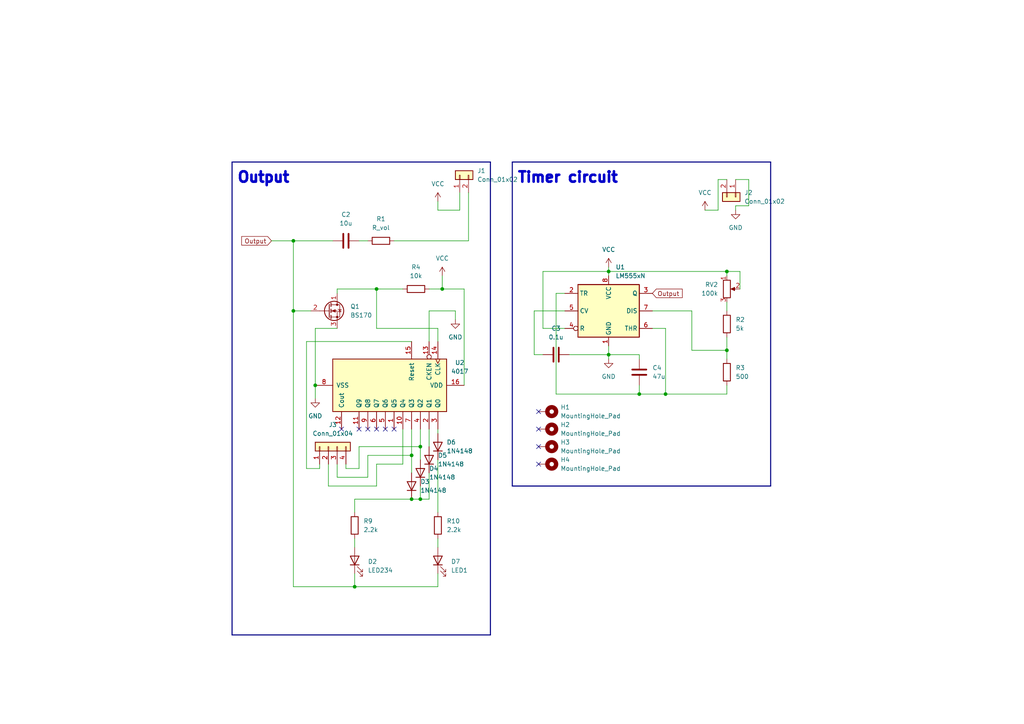
<source format=kicad_sch>
(kicad_sch (version 20211123) (generator eeschema)
  (paper "A4")
  (lib_symbols
    (symbol "4xxx:4017" (pin_names (offset 1.016))
      (property "Reference" "U" (at -7.62 16.51 0))
      (property "Value" "4017" (at -7.62 -19.05 0))
      (symbol "4017_1_0"
        (pin output line (at 12.7 0 180) (length 5.08) (name "Q5") (number "1"))
        (pin output line (at 12.7 2.54 180) (length 5.08) (name "Q4") (number "10"))
        (pin output line (at 12.7 -10.16 180) (length 5.08) (name "Q9") (number "11"))
        (pin output line (at 12.7 -15.24 180) (length 5.08) (name "Cout") (number "12"))
        (pin input inverted (at -12.7 10.16 0) (length 5.08) (name "CKEN") (number "13"))
        (pin input clock (at -12.7 12.7 0) (length 5.08) (name "CLK") (number "14"))
        (pin input line (at -12.7 5.08 0) (length 5.08) (name "Reset") (number "15"))
        (pin power_in line (at 0 20.32 270) (length 5.08) (name "VDD") (number "16"))
        (pin output line (at 12.7 10.16 180) (length 5.08) (name "Q1") (number "2"))
        (pin output line (at 12.7 12.7 180) (length 5.08) (name "Q0") (number "3"))
        (pin output line (at 12.7 7.62 180) (length 5.08) (name "Q2") (number "4"))
        (pin output line (at 12.7 -2.54 180) (length 5.08) (name "Q6") (number "5"))
        (pin output line (at 12.7 -5.08 180) (length 5.08) (name "Q7") (number "6"))
        (pin output line (at 12.7 5.08 180) (length 5.08) (name "Q3") (number "7"))
        (pin power_in line (at 0 -22.86 90) (length 5.08) (name "VSS") (number "8"))
        (pin output line (at 12.7 -7.62 180) (length 5.08) (name "Q8") (number "9"))
      )
      (symbol "4017_1_1"
        (rectangle (start -7.62 15.24) (end 7.62 -17.78) (stroke (width 0.254)) (fill (type background)))
      )
    )
    (symbol "Connector_Generic:Conn_01x02" (pin_names (offset 1.016) hide)
      (property "Reference" "J" (at 0 2.54 0))
      (property "Value" "Conn_01x02" (at 0 -5.08 0))
      (symbol "Conn_01x02_1_1"
        (rectangle (start -1.27 -2.413) (end 0 -2.667) (stroke (width 0.1524)))
        (rectangle (start -1.27 0.127) (end 0 -0.127) (stroke (width 0.1524)))
        (rectangle (start -1.27 1.27) (end 1.27 -3.81) (stroke (width 0.254)) (fill (type background)))
        (pin passive line (at -5.08 0 0) (length 3.81) (name "Pin_1") (number "1"))
        (pin passive line (at -5.08 -2.54 0) (length 3.81) (name "Pin_2") (number "2"))
      )
    )
    (symbol "Connector_Generic:Conn_01x04" (pin_names (offset 1.016) hide)
      (property "Reference" "J" (at 0 5.08 0))
      (property "Value" "Conn_01x04" (at 0 -7.62 0))
      (symbol "Conn_01x04_1_1"
        (rectangle (start -1.27 -4.953) (end 0 -5.207) (stroke (width 0.1524)))
        (rectangle (start -1.27 -2.413) (end 0 -2.667) (stroke (width 0.1524)))
        (rectangle (start -1.27 0.127) (end 0 -0.127) (stroke (width 0.1524)))
        (rectangle (start -1.27 2.667) (end 0 2.413) (stroke (width 0.1524)))
        (rectangle (start -1.27 3.81) (end 1.27 -6.35) (stroke (width 0.254)) (fill (type background)))
        (pin passive line (at -5.08 2.54 0) (length 3.81) (name "Pin_1") (number "1"))
        (pin passive line (at -5.08 0 0) (length 3.81) (name "Pin_2") (number "2"))
        (pin passive line (at -5.08 -2.54 0) (length 3.81) (name "Pin_3") (number "3"))
        (pin passive line (at -5.08 -5.08 0) (length 3.81) (name "Pin_4") (number "4"))
      )
    )
    (symbol "Device:C" (pin_numbers hide) (pin_names (offset 0.254))
      (property "Reference" "C" (at 0.635 2.54 0))
      (property "Value" "C" (at 0.635 -2.54 0))
      (symbol "C_0_1"
        (polyline (pts (xy -2.032 -0.762) (xy 2.032 -0.762)) (stroke (width 0.508)))
        (polyline (pts (xy -2.032 0.762) (xy 2.032 0.762)) (stroke (width 0.508)))
      )
      (symbol "C_1_1"
        (pin passive line (at 0 3.81 270) (length 2.794) (name "~") (number "1"))
        (pin passive line (at 0 -3.81 90) (length 2.794) (name "~") (number "2"))
      )
    )
    (symbol "Device:LED" (pin_numbers hide) (pin_names (offset 1.016) hide)
      (property "Reference" "D" (at 0 2.54 0))
      (property "Value" "LED" (at 0 -2.54 0))
      (symbol "LED_0_1"
        (polyline (pts (xy -1.27 -1.27) (xy -1.27 1.27)) (stroke (width 0.254)))
        (polyline (pts (xy -1.27 0) (xy 1.27 0)))
        (polyline (pts (xy 1.27 -1.27) (xy 1.27 1.27) (xy -1.27 0) (xy 1.27 -1.27)) (stroke (width 0.254)))
        (polyline (pts (xy -3.048 -0.762) (xy -4.572 -2.286) (xy -3.81 -2.286) (xy -4.572 -2.286) (xy -4.572 -1.524)))
        (polyline (pts (xy -1.778 -0.762) (xy -3.302 -2.286) (xy -2.54 -2.286) (xy -3.302 -2.286) (xy -3.302 -1.524)))
      )
      (symbol "LED_1_1"
        (pin passive line (at -3.81 0 0) (length 2.54) (name "K") (number "1"))
        (pin passive line (at 3.81 0 180) (length 2.54) (name "A") (number "2"))
      )
    )
    (symbol "Device:R" (pin_numbers hide) (pin_names (offset 0))
      (property "Reference" "R" (at 2.032 0 90))
      (property "Value" "R" (at 0 0 90))
      (symbol "R_0_1"
        (rectangle (start -1.016 -2.54) (end 1.016 2.54) (stroke (width 0.254)))
      )
      (symbol "R_1_1"
        (pin passive line (at 0 3.81 270) (length 1.27) (name "~") (number "1"))
        (pin passive line (at 0 -3.81 90) (length 1.27) (name "~") (number "2"))
      )
    )
    (symbol "Device:R_POT" (pin_names (offset 1.016) hide)
      (property "Reference" "RV" (at -4.445 0 90))
      (property "Value" "R_POT" (at -2.54 0 90))
      (symbol "R_POT_0_1"
        (polyline (pts (xy 2.54 0) (xy 1.524 0)))
        (polyline (pts (xy 1.143 0) (xy 2.286 0.508) (xy 2.286 -0.508) (xy 1.143 0)) (fill (type outline)))
        (rectangle (start 1.016 2.54) (end -1.016 -2.54) (stroke (width 0.254)))
      )
      (symbol "R_POT_1_1"
        (pin passive line (at 0 3.81 270) (length 1.27) (name "1") (number "1"))
        (pin passive line (at 3.81 0 180) (length 1.27) (name "2") (number "2"))
        (pin passive line (at 0 -3.81 90) (length 1.27) (name "3") (number "3"))
      )
    )
    (symbol "Diode:1N4148" (pin_numbers hide) (pin_names (offset 1.016) hide)
      (property "Reference" "D" (at 0 2.54 0))
      (property "Value" "1N4148" (at 0 -2.54 0))
      (symbol "1N4148_0_1"
        (polyline (pts (xy -1.27 1.27) (xy -1.27 -1.27)) (stroke (width 0.254)))
        (polyline (pts (xy 1.27 0) (xy -1.27 0)))
        (polyline (pts (xy 1.27 1.27) (xy 1.27 -1.27) (xy -1.27 0) (xy 1.27 1.27)) (stroke (width 0.254)))
      )
      (symbol "1N4148_1_1"
        (pin passive line (at -3.81 0 0) (length 2.54) (name "K") (number "1"))
        (pin passive line (at 3.81 0 180) (length 2.54) (name "A") (number "2"))
      )
    )
    (symbol "Mechanical:MountingHole_Pad" (pin_numbers hide) (pin_names (offset 1.016) hide)
      (property "Reference" "H" (at 0 6.35 0))
      (property "Value" "MountingHole_Pad" (at 0 4.445 0))
      (symbol "MountingHole_Pad_0_1"
        (circle (center 0 1.27) (radius 1.27) (stroke (width 1.27)))
      )
      (symbol "MountingHole_Pad_1_1"
        (pin input line (at 0 -2.54 90) (length 2.54) (name "1") (number "1"))
      )
    )
    (symbol "Timer:LM555xN"
      (property "Reference" "U" (at -10.16 8.89 0))
      (property "Value" "LM555xN" (at 2.54 8.89 0))
      (symbol "LM555xN_0_0"
        (pin power_in line (at 0 -10.16 90) (length 2.54) (name "GND") (number "1"))
        (pin power_in line (at 0 10.16 270) (length 2.54) (name "VCC") (number "8"))
      )
      (symbol "LM555xN_0_1"
        (rectangle (start -8.89 -7.62) (end 8.89 7.62) (stroke (width 0.254)) (fill (type background)))
        (rectangle (start -8.89 -7.62) (end 8.89 7.62) (stroke (width 0.254)) (fill (type background)))
      )
      (symbol "LM555xN_1_1"
        (pin input line (at -12.7 5.08 0) (length 3.81) (name "TR") (number "2"))
        (pin output line (at 12.7 5.08 180) (length 3.81) (name "Q") (number "3"))
        (pin input inverted (at -12.7 -5.08 0) (length 3.81) (name "R") (number "4"))
        (pin input line (at -12.7 0 0) (length 3.81) (name "CV") (number "5"))
        (pin input line (at 12.7 -5.08 180) (length 3.81) (name "THR") (number "6"))
        (pin input line (at 12.7 0 180) (length 3.81) (name "DIS") (number "7"))
      )
    )
    (symbol "Transistor_FET:BS170" (pin_names hide)
      (property "Reference" "Q" (at 5.08 1.905 0))
      (property "Value" "BS170" (at 5.08 0 0))
      (symbol "BS170_0_1"
        (polyline (pts (xy 0.254 0) (xy -2.54 0)))
        (polyline (pts (xy 0.254 1.905) (xy 0.254 -1.905)) (stroke (width 0.254)))
        (polyline (pts (xy 0.762 -1.27) (xy 0.762 -2.286)) (stroke (width 0.254)))
        (polyline (pts (xy 0.762 0.508) (xy 0.762 -0.508)) (stroke (width 0.254)))
        (polyline (pts (xy 0.762 2.286) (xy 0.762 1.27)) (stroke (width 0.254)))
        (polyline (pts (xy 2.54 2.54) (xy 2.54 1.778)))
        (polyline (pts (xy 2.54 -2.54) (xy 2.54 0) (xy 0.762 0)))
        (polyline (pts (xy 0.762 -1.778) (xy 3.302 -1.778) (xy 3.302 1.778) (xy 0.762 1.778)))
        (polyline (pts (xy 1.016 0) (xy 2.032 0.381) (xy 2.032 -0.381) (xy 1.016 0)) (fill (type outline)))
        (polyline (pts (xy 2.794 0.508) (xy 2.921 0.381) (xy 3.683 0.381) (xy 3.81 0.254)))
        (polyline (pts (xy 3.302 0.381) (xy 2.921 -0.254) (xy 3.683 -0.254) (xy 3.302 0.381)))
        (circle (center 1.651 0) (radius 2.794) (stroke (width 0.254)))
        (circle (center 2.54 -1.778) (radius 0.254) (fill (type outline)))
        (circle (center 2.54 1.778) (radius 0.254) (fill (type outline)))
      )
      (symbol "BS170_1_1"
        (pin passive line (at 2.54 5.08 270) (length 2.54) (name "D") (number "1"))
        (pin input line (at -5.08 0 0) (length 2.54) (name "G") (number "2"))
        (pin passive line (at 2.54 -5.08 90) (length 2.54) (name "S") (number "3"))
      )
    )
    (symbol "power:GND" (power) (pin_names (offset 0))
      (property "Value" "GND" (at 0 -3.81 0))
      (symbol "GND_0_1"
        (polyline (pts (xy 0 0) (xy 0 -1.27) (xy 1.27 -1.27) (xy 0 -2.54) (xy -1.27 -1.27) (xy 0 -1.27)))
      )
      (symbol "GND_1_1"
        (pin power_in line (at 0 0 270) (length 0) hide (name "GND") (number "1"))
      )
    )
    (symbol "power:VCC" (power) (pin_names (offset 0))
      (property "Value" "VCC" (at 0 3.81 0))
      (symbol "VCC_0_1"
        (polyline (pts (xy -0.762 1.27) (xy 0 2.54)))
        (polyline (pts (xy 0 0) (xy 0 2.54)))
        (polyline (pts (xy 0 2.54) (xy 0.762 1.27)))
      )
      (symbol "VCC_1_1"
        (pin power_in line (at 0 0 90) (length 0) hide (name "VCC") (number "1"))
      )
    )
  )
  (junction (at 121.92 144.78))
  (junction (at 210.82 78.74))
  (junction (at 85.09 90.17))
  (junction (at 119.38 132.08))
  (junction (at 185.42 114.3))
  (junction (at 193.04 114.3))
  (junction (at 119.38 144.78))
  (junction (at 128.27 83.82))
  (junction (at 109.22 83.82))
  (junction (at 176.53 78.74))
  (junction (at 210.82 101.6))
  (junction (at 102.87 170.18))
  (junction (at 121.92 129.54))
  (junction (at 85.09 69.85))
  (junction (at 176.53 102.87))
  (junction (at 91.44 111.76))
  (no_connect (at 106.68 124.46))
  (no_connect (at 109.22 124.46))
  (no_connect (at 111.76 124.46))
  (no_connect (at 114.3 124.46))
  (no_connect (at 104.14 124.46))
  (no_connect (at 99.06 124.46))
  (no_connect (at 156.21 129.54))
  (no_connect (at 156.21 134.62))
  (no_connect (at 156.21 119.38))
  (no_connect (at 156.21 124.46))
  (wire (pts (xy 102.87 144.78) (xy 102.87 148.59)))
  (wire (pts (xy 109.22 134.62) (xy 109.22 140.97)))
  (wire (pts (xy 135.89 69.85) (xy 135.89 55.88)))
  (wire (pts (xy 217.17 52.07) (xy 217.17 59.69)))
  (wire (pts (xy 133.35 60.96) (xy 127 60.96)))
  (wire (pts (xy 185.42 104.14) (xy 185.42 102.87)))
  (wire (pts (xy 85.09 90.17) (xy 85.09 69.85)))
  (wire (pts (xy 154.94 102.87) (xy 154.94 90.17)))
  (wire (pts (xy 128.27 83.82) (xy 134.62 83.82)))
  (wire (pts (xy 88.9 135.89) (xy 92.71 135.89)))
  (wire (pts (xy 124.46 90.17) (xy 132.08 90.17)))
  (wire (pts (xy 127 170.18) (xy 102.87 170.18)))
  (wire (pts (xy 85.09 69.85) (xy 96.52 69.85)))
  (wire (pts (xy 127 133.35) (xy 127 148.59)))
  (wire (pts (xy 128.27 80.01) (xy 128.27 83.82)))
  (bus (pts (xy 148.59 46.99) (xy 148.59 140.97)))
  (wire (pts (xy 97.79 85.09) (xy 97.79 83.82)))
  (wire (pts (xy 157.48 102.87) (xy 154.94 102.87)))
  (bus (pts (xy 223.52 140.97) (xy 223.52 46.99)))
  (wire (pts (xy 90.17 90.17) (xy 85.09 90.17)))
  (wire (pts (xy 119.38 124.46) (xy 119.38 132.08)))
  (wire (pts (xy 100.33 134.62) (xy 100.33 135.89)))
  (wire (pts (xy 95.25 140.97) (xy 95.25 134.62)))
  (bus (pts (xy 67.31 184.15) (xy 142.24 184.15)))
  (wire (pts (xy 128.27 83.82) (xy 124.46 83.82)))
  (wire (pts (xy 91.44 111.76) (xy 91.44 115.57)))
  (wire (pts (xy 106.68 138.43) (xy 97.79 138.43)))
  (wire (pts (xy 116.84 124.46) (xy 116.84 134.62)))
  (wire (pts (xy 102.87 170.18) (xy 85.09 170.18)))
  (wire (pts (xy 165.1 102.87) (xy 176.53 102.87)))
  (wire (pts (xy 176.53 78.74) (xy 176.53 80.01)))
  (wire (pts (xy 210.82 101.6) (xy 200.66 101.6)))
  (wire (pts (xy 127 99.06) (xy 127 95.25)))
  (wire (pts (xy 97.79 138.43) (xy 97.79 134.62)))
  (bus (pts (xy 67.31 46.99) (xy 67.31 184.15)))
  (wire (pts (xy 92.71 135.89) (xy 92.71 134.62)))
  (wire (pts (xy 91.44 95.25) (xy 91.44 111.76)))
  (wire (pts (xy 213.36 59.69) (xy 213.36 60.96)))
  (wire (pts (xy 124.46 99.06) (xy 124.46 90.17)))
  (wire (pts (xy 176.53 77.47) (xy 176.53 78.74)))
  (wire (pts (xy 127 166.37) (xy 127 170.18)))
  (wire (pts (xy 104.14 129.54) (xy 104.14 135.89)))
  (bus (pts (xy 142.24 184.15) (xy 142.24 46.99)))
  (wire (pts (xy 127 156.21) (xy 127 158.75)))
  (wire (pts (xy 104.14 129.54) (xy 121.92 129.54)))
  (wire (pts (xy 106.68 132.08) (xy 106.68 138.43)))
  (wire (pts (xy 102.87 156.21) (xy 102.87 158.75)))
  (wire (pts (xy 185.42 102.87) (xy 176.53 102.87)))
  (wire (pts (xy 214.63 78.74) (xy 214.63 83.82)))
  (wire (pts (xy 88.9 99.06) (xy 119.38 99.06)))
  (wire (pts (xy 121.92 133.35) (xy 121.92 129.54)))
  (wire (pts (xy 102.87 166.37) (xy 102.87 170.18)))
  (wire (pts (xy 176.53 102.87) (xy 176.53 104.14)))
  (wire (pts (xy 127 58.42) (xy 127 60.96)))
  (wire (pts (xy 163.83 95.25) (xy 157.48 95.25)))
  (wire (pts (xy 121.92 140.97) (xy 121.92 144.78)))
  (wire (pts (xy 132.08 90.17) (xy 132.08 92.71)))
  (wire (pts (xy 119.38 144.78) (xy 121.92 144.78)))
  (wire (pts (xy 85.09 90.17) (xy 85.09 170.18)))
  (wire (pts (xy 78.74 69.85) (xy 85.09 69.85)))
  (wire (pts (xy 88.9 135.89) (xy 88.9 99.06)))
  (wire (pts (xy 176.53 100.33) (xy 176.53 102.87)))
  (wire (pts (xy 106.68 132.08) (xy 119.38 132.08)))
  (wire (pts (xy 208.28 52.07) (xy 208.28 60.96)))
  (wire (pts (xy 210.82 111.76) (xy 210.82 114.3)))
  (wire (pts (xy 163.83 85.09) (xy 161.29 85.09)))
  (wire (pts (xy 119.38 132.08) (xy 119.38 137.16)))
  (wire (pts (xy 210.82 52.07) (xy 208.28 52.07)))
  (wire (pts (xy 97.79 95.25) (xy 91.44 95.25)))
  (wire (pts (xy 193.04 95.25) (xy 189.23 95.25)))
  (wire (pts (xy 210.82 78.74) (xy 214.63 78.74)))
  (wire (pts (xy 204.47 60.96) (xy 208.28 60.96)))
  (wire (pts (xy 185.42 114.3) (xy 193.04 114.3)))
  (wire (pts (xy 157.48 95.25) (xy 157.48 78.74)))
  (wire (pts (xy 161.29 114.3) (xy 185.42 114.3)))
  (wire (pts (xy 176.53 78.74) (xy 210.82 78.74)))
  (wire (pts (xy 127 95.25) (xy 109.22 95.25)))
  (wire (pts (xy 97.79 83.82) (xy 109.22 83.82)))
  (wire (pts (xy 121.92 144.78) (xy 124.46 144.78)))
  (wire (pts (xy 185.42 111.76) (xy 185.42 114.3)))
  (wire (pts (xy 210.82 114.3) (xy 193.04 114.3)))
  (wire (pts (xy 104.14 69.85) (xy 106.68 69.85)))
  (wire (pts (xy 213.36 59.69) (xy 217.17 59.69)))
  (wire (pts (xy 157.48 78.74) (xy 176.53 78.74)))
  (wire (pts (xy 102.87 144.78) (xy 119.38 144.78)))
  (wire (pts (xy 124.46 124.46) (xy 124.46 129.54)))
  (wire (pts (xy 127 125.73) (xy 127 124.46)))
  (wire (pts (xy 109.22 95.25) (xy 109.22 83.82)))
  (wire (pts (xy 114.3 69.85) (xy 135.89 69.85)))
  (wire (pts (xy 109.22 134.62) (xy 116.84 134.62)))
  (wire (pts (xy 109.22 140.97) (xy 95.25 140.97)))
  (wire (pts (xy 133.35 55.88) (xy 133.35 60.96)))
  (wire (pts (xy 121.92 129.54) (xy 121.92 124.46)))
  (wire (pts (xy 210.82 101.6) (xy 210.82 104.14)))
  (wire (pts (xy 200.66 90.17) (xy 189.23 90.17)))
  (wire (pts (xy 109.22 83.82) (xy 116.84 83.82)))
  (wire (pts (xy 154.94 90.17) (xy 163.83 90.17)))
  (wire (pts (xy 210.82 87.63) (xy 210.82 90.17)))
  (wire (pts (xy 100.33 135.89) (xy 104.14 135.89)))
  (bus (pts (xy 142.24 46.99) (xy 67.31 46.99)))
  (wire (pts (xy 134.62 83.82) (xy 134.62 111.76)))
  (wire (pts (xy 210.82 97.79) (xy 210.82 101.6)))
  (wire (pts (xy 200.66 101.6) (xy 200.66 90.17)))
  (wire (pts (xy 161.29 85.09) (xy 161.29 114.3)))
  (wire (pts (xy 124.46 144.78) (xy 124.46 137.16)))
  (wire (pts (xy 213.36 52.07) (xy 217.17 52.07)))
  (wire (pts (xy 210.82 80.01) (xy 210.82 78.74)))
  (bus (pts (xy 148.59 140.97) (xy 223.52 140.97)))
  (wire (pts (xy 193.04 114.3) (xy 193.04 95.25)))
  (bus (pts (xy 223.52 46.99) (xy 148.59 46.99)))
  (text "Output" (at 68.58 53.34 0) (effects (font (size 3 3) (thickness 1) bold) (justify left bottom)))
  (text "Timer circuit" (at 149.86 53.34 0) (effects (font (size 3 3) (thickness 1) bold) (justify left bottom)))
  (global_label "Output" (shape input) (at 189.23 85.09 0) (property "Intersheet References" "${INTERSHEET_REFS}" (effects hide)))
  (global_label "Output" (shape input) (at 78.74 69.85 180) (property "Intersheet References" "${INTERSHEET_REFS}" (effects hide)))
  (symbol (lib_id "Transistor_FET:BS170") (at 95.25 90.17 0) (unit 1)
    (property "Reference" "Q1" (at 101.6 88.8999 0) (effects (justify left)))
    (property "Value" "BS170" (at 101.6 91.4399 0) (effects (justify left)))
    (property "Footprint" "Package_TO_SOT_THT:TO-92_Inline" (effects hide))
    (property "Datasheet" "https://www.onsemi.com/pub/Collateral/BS170-D.PDF" (effects hide))
  )
  (symbol (lib_id "Diode:1N4148") (at 124.46 133.35 90) (unit 1)
    (property "Reference" "D5" (at 127 132.0799 90) (effects (justify right)))
    (property "Value" "1N4148" (at 127 134.6199 90) (effects (justify right)))
    (property "Footprint" "Diode_THT:D_DO-35_SOD27_P7.62mm_Horizontal" (effects hide))
    (property "Datasheet" "https://assets.nexperia.com/documents/data-sheet/1N4148_1N4448.pdf" (effects hide))
    (property "TME" "1N4148" (effects hide))
    (property "DK" "1N4148" (effects hide))
    (property "MSR" "1N418" (effects hide))
  )
  (symbol (lib_id "Device:R_POT") (at 210.82 83.82 0) (unit 1)
    (property "Reference" "RV2" (at 208.28 82.5499 0) (effects (justify right)))
    (property "Value" "100k" (at 208.28 85.0899 0) (effects (justify right)))
    (property "Footprint" "Connector_JST:JST_XH_B3B-XH-A_1x03_P2.50mm_Vertical" (effects hide))
    (property "TME" "-" (effects hide))
    (property "MSR" "PDB181-E415F-104B" (effects hide))
  )
  (symbol (lib_id "Device:R") (at 127 152.4 180) (unit 1)
    (property "Reference" "R10" (at 129.54 151.1299 0) (effects (justify right)))
    (property "Value" "2.2k" (at 129.54 153.6699 0) (effects (justify right)))
    (property "Footprint" "Resistor_THT:R_Axial_DIN0207_L6.3mm_D2.5mm_P10.16mm_Horizontal" (effects hide))
    (property "TME" "-" (effects hide))
    (property "DK" "-" (effects hide))
    (property "MSR" "-" (effects hide))
  )
  (symbol (lib_id "power:GND") (at 132.08 92.71 0) (unit 1)
    (property "Reference" "#PWR0103" (effects hide))
    (property "Value" "GND" (at 132.08 97.79 0))
  )
  (symbol (lib_id "Device:R") (at 120.65 83.82 90) (unit 1)
    (property "Reference" "R4" (at 120.65 77.47 90))
    (property "Value" "10k" (at 120.65 80.01 90))
    (property "Footprint" "Resistor_THT:R_Axial_DIN0207_L6.3mm_D2.5mm_P10.16mm_Horizontal" (effects hide))
    (property "TME" "MBB02070C5101FC100" (effects hide))
    (property "DK" "-" (effects hide))
    (property "MSR" "-" (effects hide))
  )
  (symbol (lib_id "Timer:LM555xN") (at 176.53 90.17 0) (unit 1)
    (property "Reference" "U1" (at 178.5494 77.47 0) (effects (justify left)))
    (property "Value" "LM555xN" (at 178.5494 80.01 0) (effects (justify left)))
    (property "Footprint" "Package_DIP:DIP-8_W7.62mm" (effects hide))
    (property "Datasheet" "http://www.ti.com/lit/ds/symlink/lm555.pdf" (effects hide))
    (property "TME" "NE555P" (effects hide))
    (property "DK" "LM555CM" (effects hide))
    (property "MSR" "595-NE555P" (effects hide))
  )
  (symbol (lib_id "power:VCC") (at 204.47 60.96 0) (unit 1)
    (property "Reference" "#PWR0105" (effects hide))
    (property "Value" "VCC" (at 204.47 55.88 0))
  )
  (symbol (lib_id "Diode:1N4148") (at 127 129.54 90) (unit 1)
    (property "Reference" "D6" (at 129.54 128.2699 90) (effects (justify right)))
    (property "Value" "1N4148" (at 129.54 130.8099 90) (effects (justify right)))
    (property "Footprint" "Diode_THT:D_DO-35_SOD27_P7.62mm_Horizontal" (effects hide))
    (property "Datasheet" "https://assets.nexperia.com/documents/data-sheet/1N4148_1N4448.pdf" (effects hide))
    (property "TME" "1N4148" (effects hide))
    (property "DK" "1N4148" (effects hide))
    (property "MSR" "1N418" (effects hide))
  )
  (symbol (lib_id "Diode:1N4148") (at 119.38 140.97 90) (unit 1)
    (property "Reference" "D3" (at 121.92 139.6999 90) (effects (justify right)))
    (property "Value" "1N4148" (at 121.92 142.2399 90) (effects (justify right)))
    (property "Footprint" "Diode_THT:D_DO-35_SOD27_P7.62mm_Horizontal" (effects hide))
    (property "Datasheet" "https://assets.nexperia.com/documents/data-sheet/1N4148_1N4448.pdf" (effects hide))
    (property "TME" "1N4148" (effects hide))
    (property "DK" "1N4148" (effects hide))
    (property "MSR" "1N418" (effects hide))
  )
  (symbol (lib_id "Device:R") (at 210.82 107.95 0) (unit 1)
    (property "Reference" "R3" (at 213.36 106.6799 0) (effects (justify left)))
    (property "Value" "500" (at 213.36 109.2199 0) (effects (justify left)))
    (property "Footprint" "Resistor_THT:R_Axial_DIN0207_L6.3mm_D2.5mm_P10.16mm_Horizontal" (effects hide))
    (property "TME" "PMR01TJ0511A50" (effects hide))
    (property "DK" "-" (effects hide))
    (property "MSR" "-" (effects hide))
  )
  (symbol (lib_id "Mechanical:MountingHole_Pad") (at 158.75 129.54 270) (unit 1)
    (property "Reference" "H3" (at 162.56 128.2699 90) (effects (justify left)))
    (property "Value" "MountingHole_Pad" (at 162.56 130.8099 90) (effects (justify left)))
    (property "Footprint" "MountingHole:MountingHole_3.2mm_M3_ISO7380_Pad" (effects hide))
    (property "TME" "-" (effects hide))
    (property "DK" "-" (effects hide))
    (property "MSR" "-" (effects hide))
  )
  (symbol (lib_id "Mechanical:MountingHole_Pad") (at 158.75 134.62 270) (unit 1)
    (property "Reference" "H4" (at 162.56 133.3499 90) (effects (justify left)))
    (property "Value" "MountingHole_Pad" (at 162.56 135.8899 90) (effects (justify left)))
    (property "Footprint" "MountingHole:MountingHole_3.2mm_M3_ISO7380_Pad" (effects hide))
    (property "TME" "-" (effects hide))
    (property "DK" "-" (effects hide))
    (property "MSR" "-" (effects hide))
  )
  (symbol (lib_id "Diode:1N4148") (at 121.92 137.16 90) (unit 1)
    (property "Reference" "D4" (at 124.46 135.8899 90) (effects (justify right)))
    (property "Value" "1N4148" (at 124.46 138.4299 90) (effects (justify right)))
    (property "Footprint" "Diode_THT:D_DO-35_SOD27_P7.62mm_Horizontal" (effects hide))
    (property "Datasheet" "https://assets.nexperia.com/documents/data-sheet/1N4148_1N4448.pdf" (effects hide))
    (property "TME" "1N4148" (effects hide))
    (property "DK" "1N4148" (effects hide))
    (property "MSR" "1N418" (effects hide))
  )
  (symbol (lib_id "Device:R") (at 210.82 93.98 0) (unit 1)
    (property "Reference" "R2" (at 213.36 92.7099 0) (effects (justify left)))
    (property "Value" "5k" (at 213.36 95.2499 0) (effects (justify left)))
    (property "Footprint" "Resistor_THT:R_Axial_DIN0207_L6.3mm_D2.5mm_P10.16mm_Horizontal" (effects hide))
    (property "TME" "MBB02070C5101FC100" (effects hide))
    (property "DK" "-" (effects hide))
    (property "MSR" "-" (effects hide))
  )
  (symbol (lib_id "4xxx:4017") (at 114.3 111.76 270) (unit 1)
    (property "Reference" "U2" (at 133.35 105.1812 90))
    (property "Value" "4017" (at 133.35 107.7212 90))
    (property "Footprint" "Package_DIP:DIP-16_W7.62mm" (effects hide))
    (property "Datasheet" "http://www.intersil.com/content/dam/Intersil/documents/cd40/cd4017bms-22bms.pdf" (effects hide))
    (property "TME" " CD4017BE" (effects hide))
    (property "MSR" "595-CD4017BE" (effects hide))
  )
  (symbol (lib_id "Mechanical:MountingHole_Pad") (at 158.75 119.38 270) (unit 1)
    (property "Reference" "H1" (at 162.56 118.1099 90) (effects (justify left)))
    (property "Value" "MountingHole_Pad" (at 162.56 120.6499 90) (effects (justify left)))
    (property "Footprint" "MountingHole:MountingHole_3.2mm_M3_ISO7380_Pad" (effects hide))
    (property "TME" "-" (effects hide))
    (property "DK" "-" (effects hide))
    (property "MSR" "-" (effects hide))
  )
  (symbol (lib_id "Device:R") (at 102.87 152.4 180) (unit 1)
    (property "Reference" "R9" (at 105.41 151.1299 0) (effects (justify right)))
    (property "Value" "2.2k" (at 105.41 153.6699 0) (effects (justify right)))
    (property "Footprint" "Resistor_THT:R_Axial_DIN0207_L6.3mm_D2.5mm_P10.16mm_Horizontal" (effects hide))
    (property "TME" "-" (effects hide))
    (property "DK" "-" (effects hide))
    (property "MSR" "-" (effects hide))
  )
  (symbol (lib_id "power:VCC") (at 128.27 80.01 0) (unit 1)
    (property "Reference" "#PWR0108" (effects hide))
    (property "Value" "VCC" (at 128.27 74.93 0))
  )
  (symbol (lib_id "Device:R") (at 110.49 69.85 90) (unit 1)
    (property "Reference" "R1" (at 110.49 63.5 90))
    (property "Value" "R_vol" (at 110.49 66.04 90))
    (property "Footprint" "Resistor_THT:R_Axial_DIN0207_L6.3mm_D2.5mm_P10.16mm_Horizontal" (effects hide))
    (property "TME" "MBB02070C5101FC100" (effects hide))
    (property "DK" "-" (effects hide))
    (property "MSR" "-" (effects hide))
  )
  (symbol (lib_id "power:GND") (at 91.44 115.57 0) (unit 1)
    (property "Reference" "#PWR0109" (effects hide))
    (property "Value" "GND" (at 91.44 120.65 0))
  )
  (symbol (lib_id "Device:C") (at 100.33 69.85 90) (unit 1)
    (property "Reference" "C2" (at 100.33 62.23 90))
    (property "Value" "10u" (at 100.33 64.77 90))
    (property "Footprint" "Capacitor_THT:C_Radial_D5.0mm_H11.0mm_P2.00mm" (effects hide))
    (property "TME" " ECA1JM100" (effects hide))
    (property "DK" "860010672004" (effects hide))
    (property "MSR" "860010672004" (effects hide))
  )
  (symbol (lib_id "power:VCC") (at 176.53 77.47 0) (unit 1)
    (property "Reference" "#PWR0104" (effects hide))
    (property "Value" "VCC" (at 176.53 72.39 0))
  )
  (symbol (lib_id "Connector_Generic:Conn_01x02") (at 133.35 50.8 90) (unit 1)
    (property "Reference" "J1" (at 138.43 49.5299 90) (effects (justify right)))
    (property "Value" "Conn_01x02" (at 138.43 52.0699 90) (effects (justify right)))
    (property "Footprint" "Connector_JST:JST_XH_B2B-XH-A_1x02_P2.50mm_Vertical" (effects hide))
    (property "TME" "-" (effects hide))
    (property "DK" "-" (effects hide))
    (property "MSR" "497-SP400308-1" (effects hide))
  )
  (symbol (lib_id "power:GND") (at 176.53 104.14 0) (unit 1)
    (property "Reference" "#PWR0101" (effects hide))
    (property "Value" "GND" (at 176.53 109.22 0))
  )
  (symbol (lib_id "power:GND") (at 213.36 60.96 0) (unit 1)
    (property "Reference" "#PWR0106" (effects hide))
    (property "Value" "GND" (at 213.36 66.04 0))
  )
  (symbol (lib_id "Device:C") (at 161.29 102.87 270) (unit 1)
    (property "Reference" "C3" (at 161.29 95.25 90))
    (property "Value" "0.1u" (at 161.29 97.79 90))
    (property "Footprint" "Capacitor_THT:C_Radial_D5.0mm_H11.0mm_P2.00mm" (effects hide))
    (property "TME" "CC-100N" (effects hide))
    (property "DK" "860010672001" (effects hide))
    (property "MSR" "860010672001" (effects hide))
  )
  (symbol (lib_id "Mechanical:MountingHole_Pad") (at 158.75 124.46 270) (unit 1)
    (property "Reference" "H2" (at 162.56 123.1899 90) (effects (justify left)))
    (property "Value" "MountingHole_Pad" (at 162.56 125.7299 90) (effects (justify left)))
    (property "Footprint" "MountingHole:MountingHole_3.2mm_M3_ISO7380_Pad" (effects hide))
    (property "TME" "-" (effects hide))
    (property "DK" "-" (effects hide))
    (property "MSR" "-" (effects hide))
  )
  (symbol (lib_id "Device:LED") (at 102.87 162.56 90) (unit 1)
    (property "Reference" "D2" (at 106.68 162.8774 90) (effects (justify right)))
    (property "Value" "LED234" (at 106.68 165.4174 90) (effects (justify right)))
    (property "Footprint" "LED_THT:LED_D5.0mm" (effects hide))
    (property "TME" "-" (effects hide))
    (property "DK" "-" (effects hide))
    (property "MSR" "-" (effects hide))
  )
  (symbol (lib_id "power:VCC") (at 127 58.42 0) (unit 1)
    (property "Reference" "#PWR0102" (effects hide))
    (property "Value" "VCC" (at 127 53.34 0))
  )
  (symbol (lib_id "Connector_Generic:Conn_01x04") (at 95.25 129.54 90) (unit 1)
    (property "Reference" "J3" (at 96.52 123.19 90))
    (property "Value" "Conn_01x04" (at 96.52 125.73 90))
    (property "Footprint" "Connector_JST:JST_XH_B4B-XH-A_1x04_P2.50mm_Vertical" (effects hide))
  )
  (symbol (lib_id "Device:LED") (at 127 162.56 90) (unit 1)
    (property "Reference" "D7" (at 130.81 162.8774 90) (effects (justify right)))
    (property "Value" "LED1" (at 130.81 165.4174 90) (effects (justify right)))
    (property "Footprint" "LED_THT:LED_D5.0mm" (effects hide))
    (property "TME" "C503B-RAN-CA0B0AA1" (effects hide))
    (property "DK" "QBL8R15C" (effects hide))
    (property "MSR" "941-C503RCNNCW0Z0AA1" (effects hide))
  )
  (symbol (lib_id "Device:C") (at 185.42 107.95 0) (unit 1)
    (property "Reference" "C4" (at 189.23 106.6799 0) (effects (justify left)))
    (property "Value" "47u" (at 189.23 109.2199 0) (effects (justify left)))
    (property "Footprint" "Capacitor_THT:C_Radial_D6.3mm_H11.0mm_P2.50mm" (effects hide))
    (property "TME" " EEUFR1H470" (effects hide))
    (property "DK" "860010673012" (effects hide))
    (property "MSR" "860010673012" (effects hide))
  )
  (symbol (lib_id "Connector_Generic:Conn_01x02") (at 213.36 57.15 270) (unit 1)
    (property "Reference" "J2" (at 215.9 55.8799 90) (effects (justify left)))
    (property "Value" "Conn_01x02" (at 215.9 58.4199 90) (effects (justify left)))
    (property "Footprint" "Connector_JST:JST_XH_B2B-XH-A_1x02_P2.50mm_Vertical" (effects hide))
    (property "TME" "-" (effects hide))
    (property "DK" "-" (effects hide))
    (property "MSR" "534-235-M, 108-MS550K" (effects hide))
  )
)
</source>
